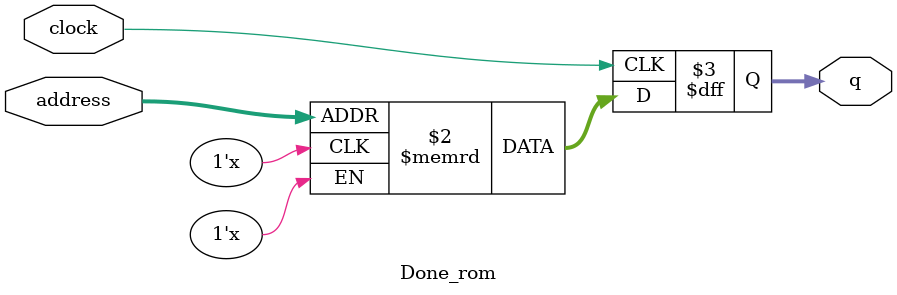
<source format=sv>
module Done_rom (
	input logic clock,
	input logic [16:0] address,
	output logic [4:0] q
);

logic [4:0] memory [0:89999] /* synthesis ram_init_file = "./Done/Done.mif" */;

always_ff @ (posedge clock) begin
	q <= memory[address];
end

endmodule

</source>
